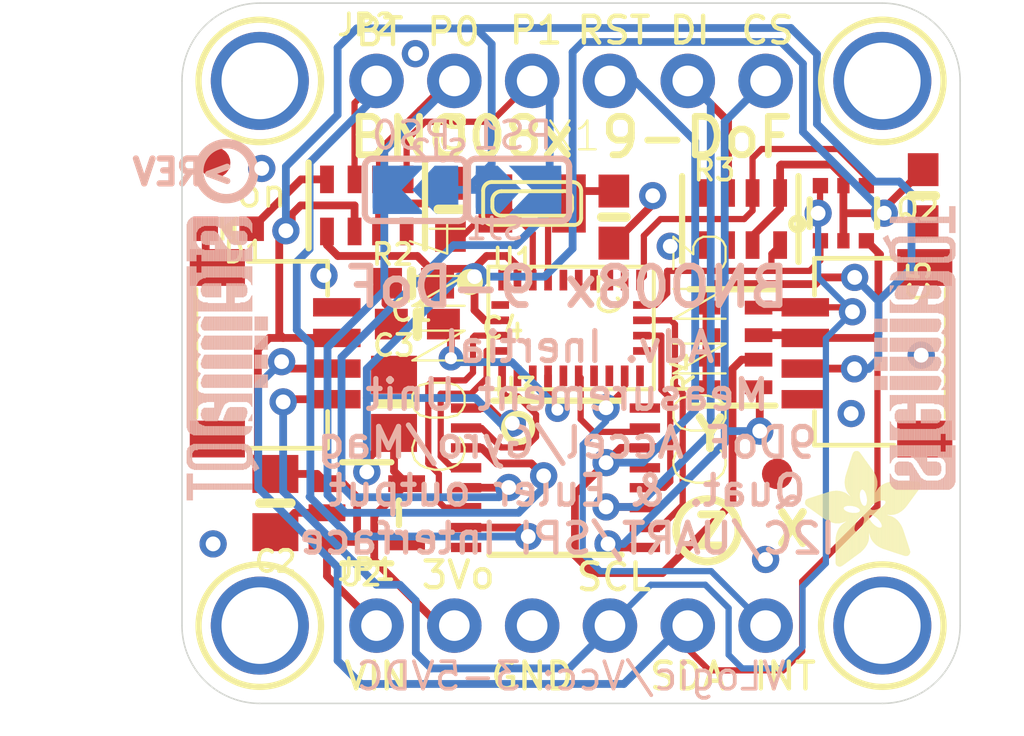
<source format=kicad_pcb>
(kicad_pcb (version 20221018) (generator pcbnew)
  (layers (0 "F.Cu" signal) (31 "B.Cu" signal) (34 "B.Paste" user) (35 "F.Paste" user) (36 "B.SilkS" user "B.Silkscreen") (37 "F.SilkS" user "F.Silkscreen") (38 "B.Mask" user) (39 "F.Mask" user) (44 "Edge.Cuts" user))
  (net 0 "")
  (net 1 "GND")
  (net 2 "SDA/MISO/TX")
  (net 3 "SCL/SCK/RX")
  (net 4 "SCL_3V")
  (net 5 "SDA_3V")
  (net 6 "3.3V")
  (net 7 "INT")
  (net 8 "VCC")
  (net 9 "N$1")
  (net 10 "CAP")
  (net 11 "XIN")
  (net 12 "XOUT")
  (net 13 "RST_3V")
  (net 14 "PS1")
  (net 15 "PS0")
  (net 16 "RST")
  (net 17 "MOSI_3V")
  (net 18 "CS_3V")
  (net 19 "MOSI")
  (net 20 "BOOT")
  (net 21 "BOOT_3V")
  (net 22 "PS1_3V")
  (net 23 "PS0_3V")
  (net 24 "CS")
  (footprint "Adafruit_BNO08x:1X06_ROUND_70" (layer "F.Cu") (at 148.5011 96.1136)
    (fp_text reference "JP2")
    (fp_text value "")
  )
  (footprint "Adafruit_BNO08x:0603-NO" (layer "F.Cu") (at 149.8981 100.5586 -90)
    (fp_text reference "C7")
    (fp_text value "22pF")
  )
  (footprint "Adafruit_BNO08x:RESPACK_4X0603" (layer "F.Cu") (at 154.0256 100.6221)
    (fp_text reference "R3")
    (fp_text value "10K")
  )
  (footprint "Adafruit_BNO08x:FIDUCIAL_1MM" (layer "F.Cu") (at 136.8806 98.7806)
    (fp_text reference "FID3" hide)
    (fp_text value "FIDUCIAL_1MM" hide)
  )
  (footprint "Adafruit_BNO08x:MOUNTINGHOLE_2.5_PLATED" (layer "F.Cu") (at 138.3411 113.8936)
    (fp_text reference "U$19" hide)
    (fp_text value "MOUNTINGHOLE2.5" hide)
  )
  (footprint "Adafruit_BNO08x:JST_SH4" (layer "F.Cu") (at 138.3411 105.0036 -90)
    (fp_text reference "CONN4")
    (fp_text value "STEMMA_I2C_QT" hide)
  )
  (footprint "Adafruit_BNO08x:RESPACK_4X0603" (layer "F.Cu") (at 141.8336 100.1776 180)
    (fp_text reference "R2")
    (fp_text value "10K")
  )
  (footprint "Adafruit_BNO08x:RESPACK_4X0603" (layer "F.Cu") (at 153.7716 104.8131 90)
    (fp_text reference "R4")
    (fp_text value "10K")
  )
  (footprint "Adafruit_BNO08x:ADAFRUIT_3.5MM" (layer "F.Cu") (at 159.9311 111.9886 90)
    (fp_text reference "U$22" hide)
    (fp_text value "" hide)
  )
  (footprint "Adafruit_BNO08x:XTAL3215" (layer "F.Cu") (at 147.2311 100.1141 180)
    (fp_text reference "X1")
    (fp_text value "32.768")
  )
  (footprint "Adafruit_BNO08x:0805-NO" (layer "F.Cu") (at 138.8491 109.8931 -90)
    (fp_text reference "C2")
    (fp_text value "10uF")
  )
  (footprint "Adafruit_BNO08x:TSSOP16" (layer "F.Cu") (at 147.9931 109.0676 -90)
    (fp_text reference "U3")
    (fp_text value "74AHC4050")
  )
  (footprint "Adafruit_BNO08x:0603-NO" (layer "F.Cu") (at 143.2941 102.7176 180)
    (fp_text reference "C1")
    (fp_text value "0.1uF")
  )
  (footprint "Adafruit_BNO08x:SOT363" (layer "F.Cu") (at 157.3911 100.4316)
    (fp_text reference "Q2")
    (fp_text value "BSS138")
  )
  (footprint "Adafruit_BNO08x:FIDUCIAL_1MM" (layer "F.Cu") (at 155.2321 108.9406)
    (fp_text reference "FID4" hide)
    (fp_text value "FIDUCIAL_1MM" hide)
  )
  (footprint "Adafruit_BNO08x:JST_SH4" (layer "F.Cu") (at 158.6611 105.0036 90)
    (fp_text reference "CONN3")
    (fp_text value "STEMMA_I2C_QT" hide)
  )
  (footprint "Adafruit_BNO08x:MOUNTINGHOLE_2.5_PLATED" (layer "F.Cu") (at 138.3411 96.1136)
    (fp_text reference "U$1" hide)
    (fp_text value "MOUNTINGHOLE2.5" hide)
  )
  (footprint "Adafruit_BNO08x:SOT23-5" (layer "F.Cu") (at 141.8336 110.2106 -90)
    (fp_text reference "U2")
    (fp_text value "AP2112K-3.3")
  )
  (footprint "Adafruit_BNO08x:0805-NO" (layer "F.Cu") (at 142.7226 106.6546 90)
    (fp_text reference "C3")
    (fp_text value "10uF")
  )
  (footprint "Adafruit_BNO08x:MOUNTINGHOLE_2.5_PLATED" (layer "F.Cu") (at 158.6611 96.1136)
    (fp_text reference "U$17" hide)
    (fp_text value "MOUNTINGHOLE2.5" hide)
  )
  (footprint "Adafruit_BNO08x:MOUNTINGHOLE_2.5_PLATED" (layer "F.Cu") (at 158.6611 113.8936)
    (fp_text reference "U$21" hide)
    (fp_text value "MOUNTINGHOLE2.5" hide)
  )
  (footprint "Adafruit_BNO08x:0603-NO" (layer "F.Cu") (at 159.9946 99.8601 -90)
    (fp_text reference "C5")
    (fp_text value "0.1uF")
  )
  (footprint "Adafruit_BNO08x:1X06_ROUND_70" (layer "F.Cu") (at 148.5011 113.8936)
    (fp_text reference "JP1")
    (fp_text value "")
  )
  (footprint "Adafruit_BNO08x:0603-NO" (layer "F.Cu") (at 143.4846 104.0511)
    (fp_text reference "C4")
    (fp_text value "0.1uF")
  )
  (footprint "Adafruit_BNO08x:BNO080" (layer "F.Cu") (at 148.5011 104.1781)
    (fp_text reference "U1")
    (fp_text value "BNO080")
  )
  (footprint "Adafruit_BNO08x:0603-NO" (layer "F.Cu") (at 144.5641 100.3046 90)
    (fp_text reference "C6")
    (fp_text value "22pF")
  )
  (footprint "Adafruit_BNO08x:CHIPLED_0603_NOOUTLINE" (layer "F.Cu") (at 137.3251 100.9396 90)
    (fp_text reference "D1")
    (fp_text value "GREEN")
  )
  (footprint "Adafruit_BNO08x:STEMMAQT" (layer "B.Cu") (at 158.4071 109.4486 90)
    (fp_text reference "U$30" hide)
    (fp_text value "" hide)
  )
  (footprint "Adafruit_BNO08x:SOLDERJUMPER_ARROW_NOPASTE" (layer "B.Cu") (at 146.7866 99.6696)
    (fp_text reference "SJ1")
    (fp_text value "PS1")
  )
  (footprint "Adafruit_BNO08x:PCBFEAT-REV-040" (layer "B.Cu") (at 137.2489 99.06 180)
    (fp_text reference "U$25" hide)
    (fp_text value "" hide)
  )
  (footprint "Adafruit_BNO08x:SOLDERJUMPER_ARROW_NOPASTE" (layer "B.Cu") (at 143.4211 99.6696 180)
    (fp_text reference "SJ2")
    (fp_text value "PS0")
  )
  (footprint "Adafruit_BNO08x:STEMMAQT" (layer "B.Cu") (at 138.5951 100.5586 -90)
    (fp_text reference "U$31" hide)
    (fp_text value "" hide)
  )
  (gr_arc (start 152.9501 111.7991) (mid 152.23168 111.50152) (end 151.9341 110.7831) (stroke (width 0.254)) (layer "F.SilkS"))
  (gr_arc (start 151.9341 110.7831) (mid 152.23168 110.06468) (end 152.9501 109.7671) (stroke (width 0.254)) (layer "F.SilkS"))
  (gr_arc (start 152.9501 109.7671) (mid 153.673733 110.059467) (end 153.9661 110.7831) (stroke (width 0.254)) (layer "F.SilkS"))
  (gr_arc (start 153.9661 110.7831) (mid 153.66852 111.50152) (end 152.9501 111.7991) (stroke (width 0.254)) (layer "F.SilkS"))
  (gr_arc (start 138.3411 116.4336) (mid 136.545049 115.689651) (end 135.8011 113.8936) (stroke (width 0.05)) (layer "Edge.Cuts"))
  (gr_line (start 138.3411 116.4336) (end 158.6611 116.4336) (stroke (width 0.05)) (layer "Edge.Cuts"))
  (gr_line (start 158.6611 93.5736) (end 138.3411 93.5736) (stroke (width 0.05)) (layer "Edge.Cuts"))
  (gr_line (start 161.2011 113.8936) (end 161.2011 96.1136) (stroke (width 0.05)) (layer "Edge.Cuts"))
  (gr_arc (start 161.2011 113.8936) (mid 160.457151 115.689651) (end 158.6611 116.4336) (stroke (width 0.05)) (layer "Edge.Cuts"))
  (gr_arc (start 135.8011 96.1136) (mid 136.545049 94.317549) (end 138.3411 93.5736) (stroke (width 0.05)) (layer "Edge.Cuts"))
  (gr_line (start 135.8011 96.1136) (end 135.8011 113.8936) (stroke (width 0.05)) (layer "Edge.Cuts"))
  (gr_arc (start 158.6611 93.5736) (mid 160.457151 94.317549) (end 161.2011 96.1136) (stroke (width 0.05)) (layer "Edge.Cuts"))
  (gr_text "PS1" (at 146.5961 97.8916) (layer "B.SilkS") (effects (font (size 0.89408 0.89408) (thickness 0.12192)) (justify mirror)))
  (gr_text "PS0" (at 143.2941 97.8916) (layer "B.SilkS") (effects (font (size 0.89408 0.89408) (thickness 0.12192)) (justify mirror)))
  (gr_text "VLogic/Vcc: 3-5VDC" (at 148.5011 115.5446) (layer "B.SilkS") (effects (font (size 0.89408 0.89408) (thickness 0.12192)) (justify mirror)))
  (gr_text "Adv. Inertial \nMeasurement Unit\n9DoF Accel/Gyro/Mag\nQuat. & Euler output\nI2C/UART/SPI Interface" (at 148.3741 107.9246) (layer "B.SilkS") (effects (font (size 0.97155 0.97155) (thickness 0.17145)) (justify mirror)))
  (gr_text "BNO08x 9-DoF" (at 148.3741 102.8446) (layer "B.SilkS") (effects (font (size 1.25222 1.25222) (thickness 0.22098)) (justify mirror)))
  (gr_text "SDA" (at 152.3111 115.5446) (layer "F.SilkS") (effects (font (size 0.87376 0.87376) (thickness 0.14224))))
  (gr_text "P0" (at 144.6657 94.5134) (layer "F.SilkS") (effects (font (size 0.87376 0.87376) (thickness 0.14224))))
  (gr_text "SCL" (at 149.8981 112.3061) (layer "F.SilkS") (effects (font (size 0.87376 0.87376) (thickness 0.14224))))
  (gr_text "X" (at 156.3791 110.1481) (layer "F.SilkS") (effects (font (size 1.016 1.016) (thickness 0.254)) (justify right top)))
  (gr_text "Z" (at 152.4341 111.4161) (layer "F.SilkS") (effects (font (size 1.016 1.016) (thickness 0.254)) (justify left bottom)))
  (gr_text "DI" (at 152.3746 94.4626) (layer "F.SilkS") (effects (font (size 0.87376 0.87376) (thickness 0.14224))))
  (gr_text "GND" (at 147.2311 115.5446) (layer "F.SilkS") (effects (font (size 0.87376 0.87376) (thickness 0.14224))))
  (gr_text "BNO08x 9-DoF" (at 148.5011 97.9551) (layer "F.SilkS") (effects (font (size 1.25222 1.25222) (thickness 0.22098))))
  (gr_text "VIN" (at 142.1511 115.5446) (layer "F.SilkS") (effects (font (size 0.87376 0.87376) (thickness 0.14224))))
  (gr_text "P1" (at 147.3581 94.4626) (layer "F.SilkS") (effects (font (size 0.87376 0.87376) (thickness 0.14224))))
  (gr_text "BT" (at 142.2527 94.5134) (layer "F.SilkS") (effects (font (size 0.87376 0.87376) (thickness 0.14224))))
  (gr_text "CS" (at 154.9146 94.4626) (layer "F.SilkS") (effects (font (size 0.87376 0.87376) (thickness 0.14224))))
  (gr_text "RST" (at 149.8981 94.4626) (layer "F.SilkS") (effects (font (size 0.87376 0.87376) (thickness 0.14224))))
  (gr_text "Y" (at 152.4341 108.2411) (layer "F.SilkS") (effects (font (size 1.016 1.016) (thickness 0.254)) (justify left bottom)))
  (gr_text "3Vo" (at 144.8181 112.2426) (layer "F.SilkS") (effects (font (size 0.87376 0.87376) (thickness 0.14224))))
  (gr_text "on" (at 137.5156 100.3046) (layer "F.SilkS") (effects (font (size 0.89408 0.89408) (thickness 0.12192)) (justify left bottom)))
  (gr_text "INT" (at 155.4861 115.5446) (layer "F.SilkS") (effects (font (size 0.87376 0.87376) (thickness 0.14224))))
  (segment (start 151.1681 100.1386) (end 151.1681 99.8601) (width 0.254) (layer "F.Cu") (net 1))
  (segment (start 136.5751 101.8236) (end 136.9551 102.2036) (width 0.254) (layer "F.Cu") (net 1))
  (segment (start 136.5751 100.9396) (end 136.5751 101.8236) (width 0.254) (layer "F.Cu") (net 1))
  (segment (start 142.4441 103.3916) (end 142.4441 102.7176) (width 0.254) (layer "F.Cu") (net 1))
  (segment (start 142.6346 103.5821) (end 142.4441 103.3916) (width 0.254) (layer "F.Cu") (net 1))
  (segment (start 142.2336 100.1141) (end 143.9046 100.1141) (width 0.254) (layer "F.Cu") (net 1))
  (segment (start 142.2336 101.0276) (end 142.2336 100.1141) (width 0.254) (layer "F.Cu") (net 1))
  (segment (start 143.9046 100.1141) (end 144.5641 99.4546) (width 0.254) (layer "F.Cu") (net 1))
  (segment (start 149.8981 101.4086) (end 151.1681 100.1386) (width 0.254) (layer "F.Cu") (net 1))
  (segment (start 140.5335 110.2106) (end 139.4816 110.2106) (width 0.254) (layer "F.Cu") (net 1))
  (segment (start 139.4816 110.2106) (end 138.8491 110.8431) (width 0.254) (layer "F.Cu") (net 1))
  (segment (start 142.6346 104.0511) (end 142.6346 103.5821) (width 0.254) (layer "F.Cu") (net 1))
  (via (at 154.8511 111.7346) (size 0.889) (drill 0.4826) (layers "F.Cu" "B.Cu") (net 1))
  (via (at 151.7396 101.5111) (size 0.889) (drill 0.4826) (layers "F.Cu" "B.Cu") (net 1))
  (via (at 159.9311 105.0671) (size 0.889) (drill 0.4826) (layers "F.Cu" "B.Cu") (net 1))
  (via (at 136.8171 111.2266) (size 0.889) (drill 0.4826) (layers "F.Cu" "B.Cu") (net 1))
  (via (at 151.1681 99.8601) (size 0.889) (drill 0.4826) (layers "F.Cu" "B.Cu") (net 1))
  (via (at 143.4211 95.2246) (size 0.889) (drill 0.4826) (layers "F.Cu" "B.Cu") (net 1))
  (via (at 140.4366 102.4636) (size 0.889) (drill 0.4826) (layers "F.Cu" "B.Cu") (net 1))
  (via (at 157.6451 106.9721) (size 0.889) (drill 0.4826) (layers "F.Cu" "B.Cu") (net 1))
  (via (at 138.4046 98.9711) (size 0.889) (drill 0.4826) (layers "F.Cu" "B.Cu") (net 1))
  (segment (start 158.50235 104.40035) (end 158.3991 104.5036) (width 0.254) (layer "F.Cu") (net 2))
  (segment (start 156.0566 104.4131) (end 156.1471 104.5036) (width 0.254) (layer "F.Cu") (net 2))
  (segment (start 158.5341 101.7761) (end 158.5856 101.7761) (width 0.254) (layer "F.Cu") (net 2))
  (segment (start 158.1411 101.3316) (end 158.5856 101.7761) (width 0.254) (layer "F.Cu") (net 2))
  (segment (start 158.50235 109.98835) (end 158.50235 104.40035) (width 0.2032) (layer "F.Cu") (net 2))
  (segment (start 140.8551 105.5036) (end 139.2776 105.5036) (width 0.254) (layer "F.Cu") (net 2))
  (segment (start 158.5341 104.3686) (end 158.50235 104.40035) (width 0.254) (layer "F.Cu") (net 2))
  (segment (start 139.2776 105.5036) (end 139.0523 105.2783) (width 0.254) (layer "F.Cu") (net 2))
  (segment (start 152.3111 114.6556) (end 153.0096 115.3541) (width 0.2032) (layer "F.Cu") (net 2))
  (segment (start 158.3991 104.5036) (end 156.1471 104.5036) (width 0.254) (layer "F.Cu") (net 2))
  (segment (start 153.0096 115.3541) (end 155.4226 115.3541) (width 0.2032) (layer "F.Cu") (net 2))
  (segment (start 158.5341 101.7761) (end 158.5341 104.3686) (width 0.254) (layer "F.Cu") (net 2))
  (segment (start 152.3111 113.8936) (end 152.3111 114.6556) (width 0.2032) (layer "F.Cu") (net 2))
  (segment (start 156.0449 114.7318) (end 156.0449 112.4458) (width 0.2032) (layer "F.Cu") (net 2))
  (segment (start 155.4226 115.3541) (end 156.0449 114.7318) (width 0.2032) (layer "F.Cu") (net 2))
  (segment (start 154.6216 104.4131) (end 156.0566 104.4131) (width 0.254) (layer "F.Cu") (net 2))
  (segment (start 156.0449 112.4458) (end 158.50235 109.98835) (width 0.2032) (layer "F.Cu") (net 2))
  (via (at 139.0523 105.2783) (size 0.889) (drill 0.4826) (layers "F.Cu" "B.Cu") (net 2))
  (segment (start 140.8811 115.0366) (end 141.6431 115.7986) (width 0.254) (layer "B.Cu") (net 2))
  (segment (start 139.0523 105.2783) (end 138.2903 106.0403) (width 0.254) (layer "B.Cu") (net 2))
  (segment (start 150.225312 115.7986) (end 152.130312 113.8936) (width 0.254) (layer "B.Cu") (net 2))
  (segment (start 140.8811 111.9886) (end 140.8811 115.0366) (width 0.254) (layer "B.Cu") (net 2))
  (segment (start 138.2903 106.0403) (end 138.2903 109.3978) (width 0.254) (layer "B.Cu") (net 2))
  (segment (start 141.6431 115.7986) (end 150.225312 115.7986) (width 0.254) (layer "B.Cu") (net 2))
  (segment (start 138.2903 109.3978) (end 140.8811 111.9886) (width 0.254) (layer "B.Cu") (net 2))
  (segment (start 152.130312 113.8936) (end 152.3111 113.8936) (width 0.254) (layer "B.Cu") (net 2))
  (segment (start 156.5656 100.4316) (end 156.6291 100.3681) (width 0.2032) (layer "F.Cu") (net 3))
  (segment (start 139.1906 106.5036) (end 139.1031 106.5911) (width 0.254) (layer "F.Cu") (net 3))
  (segment (start 154.6311 103.5036) (end 155.9306 103.5036) (width 0.254) (layer "F.Cu") (net 3))
  (segment (start 157.687153 103.648654) (end 157.5421 103.5036) (width 0.2032) (layer "F.Cu") (net 3))
  (segment (start 156.6411 99.5316) (end 156.6291 99.5436) (width 0.2032) (layer "F.Cu") (net 3))
  (segment (start 156.6291 99.5436) (end 156.6291 100.3681) (width 0.2032) (layer "F.Cu") (net 3))
  (segment (start 157.5421 103.5036) (end 156.1471 103.5036) (width 0.2032) (layer "F.Cu") (net 3))
  (segment (start 140.8551 106.5036) (end 139.1906 106.5036) (width 0.254) (layer "F.Cu") (net 3))
  (segment (start 154.6216 103.5131) (end 154.6311 103.5036) (width 0.254) (layer "F.Cu") (net 3))
  (segment (start 155.9306 103.5036) (end 156.1471 103.5036) (width 0.2032) (layer "F.Cu") (net 3))
  (via (at 156.5656 100.4316) (size 0.889) (drill 0.4826) (layers "F.Cu" "B.Cu") (net 3))
  (via (at 139.1031 106.5911) (size 0.889) (drill 0.4826) (layers "F.Cu" "B.Cu") (net 3))
  (via (at 157.687153 103.648654) (size 0.889) (drill 0.4826) (layers "F.Cu" "B.Cu") (net 3))
  (segment (start 143.4338 113.0808) (end 143.4338 114.7826) (width 0.254) (layer "B.Cu") (net 3))
  (segment (start 156.0576 112.6236) (end 156.8196 111.8616) (width 0.2032) (layer "B.Cu") (net 3))
  (segment (start 142.9131 112.5601) (end 143.4338 113.0808) (width 0.254) (layer "B.Cu") (net 3))
  (segment (start 148.4376 115.2906) (end 149.7711 113.9571) (width 0.254) (layer "B.Cu") (net 3))
  (segment (start 155.3591 115.2906) (end 156.0576 114.5921) (width 0.2032) (layer "B.Cu") (net 3))
  (segment (start 156.8196 111.8616) (end 156.8196 104.516207) (width 0.2032) (layer "B.Cu") (net 3))
  (segment (start 151.1046 112.5601) (end 152.8826 112.5601) (width 0.2032) (layer "B.Cu") (net 3))
  (segment (start 153.6446 114.8461) (end 154.0891 115.2906) (width 0.2032) (layer "B.Cu") (net 3))
  (segment (start 152.8826 112.5601) (end 153.6446 113.3221) (width 0.2032) (layer "B.Cu") (net 3))
  (segment (start 143.4338 114.7826) (end 143.9418 115.2906) (width 0.254) (layer "B.Cu") (net 3))
  (segment (start 156.8196 104.516207) (end 157.687153 103.648654) (width 0.2032) (layer "B.Cu") (net 3))
  (segment (start 143.9418 115.2906) (end 148.4376 115.2906) (width 0.254) (layer "B.Cu") (net 3))
  (segment (start 153.6446 113.3221) (end 153.6446 114.8461) (width 0.2032) (layer "B.Cu") (net 3))
  (segment (start 156.5656 100.4316) (end 156.5656 102.5271) (width 0.2032) (layer "B.Cu") (net 3))
  (segment (start 142.1511 112.5601) (end 142.9131 112.5601) (width 0.254) (layer "B.Cu") (net 3))
  (segment (start 157.687153 103.648654) (end 156.5656 102.5271) (width 0.2032) (layer "B.Cu") (net 3))
  (segment (start 149.7711 113.8936) (end 151.1046 112.5601) (width 0.2032) (layer "B.Cu") (net 3))
  (segment (start 154.0891 115.2906) (end 155.3591 115.2906) (width 0.2032) (layer "B.Cu") (net 3))
  (segment (start 149.7711 113.9571) (end 149.7711 113.8936) (width 0.254) (layer "B.Cu") (net 3))
  (segment (start 139.1031 109.5121) (end 142.1511 112.5601) (width 0.254) (layer "B.Cu") (net 3))
  (segment (start 139.1031 106.5911) (end 139.1031 109.5121) (width 0.254) (layer "B.Cu") (net 3))
  (segment (start 156.0576 114.5921) (end 156.0576 112.6236) (width 0.2032) (layer "B.Cu") (net 3))
  (segment (start 151.6391 102.3141) (end 151.6391 103.0471) (width 0.2032) (layer "F.Cu") (net 4))
  (segment (start 150.8136 103.4281) (end 151.2581 103.4281) (width 0.2032) (layer "F.Cu") (net 4))
  (segment (start 155.0416 101.7561) (end 155.0416 102.3141) (width 0.2032) (layer "F.Cu") (net 4))
  (segment (start 151.6391 103.0471) (end 151.2581 103.4281) (width 0.2032) (layer "F.Cu") (net 4))
  (segment (start 156.6411 101.9666) (end 156.2936 102.3141) (width 0.2032) (layer "F.Cu") (net 4))
  (segment (start 156.6411 101.3316) (end 156.6411 101.9666) (width 0.2032) (layer "F.Cu") (net 4))
  (segment (start 156.2936 102.3141) (end 155.0416 102.3141) (width 0.2032) (layer "F.Cu") (net 4))
  (segment (start 155.0416 102.3141) (end 151.6391 102.3141) (width 0.2032) (layer "F.Cu") (net 4))
  (segment (start 155.3256 101.4721) (end 155.0416 101.7561) (width 0.2032) (layer "F.Cu") (net 4))
  (segment (start 150.7511 102.6156) (end 150.8781 102.4886) (width 0.2032) (layer "F.Cu") (net 5))
  (segment (start 157.2641 98.3361) (end 154.7241 98.3361) (width 0.2032) (layer "F.Cu") (net 5))
  (segment (start 154.4256 100.3491) (end 154.4256 99.7721) (width 0.2032) (layer "F.Cu") (net 5))
  (segment (start 154.1526 100.6221) (end 154.4256 100.3491) (width 0.2032) (layer "F.Cu") (net 5))
  (segment (start 158.1411 99.5316) (end 158.1411 99.2131) (width 0.254) (layer "F.Cu") (net 5))
  (segment (start 158.1411 99.2131) (end 157.2641 98.3361) (width 0.254) (layer "F.Cu") (net 5))
  (segment (start 150.8781 101.1661) (end 150.8781 102.4886) (width 0.2032) (layer "F.Cu") (net 5))
  (segment (start 154.4256 98.6346) (end 154.4256 99.7721) (width 0.2032) (layer "F.Cu") (net 5))
  (segment (start 154.7241 98.3361) (end 154.4256 98.6346) (width 0.2032) (layer "F.Cu") (net 5))
  (segment (start 151.4221 100.6221) (end 154.1526 100.6221) (width 0.2032) (layer "F.Cu") (net 5))
  (segment (start 150.8781 101.1661) (end 151.4221 100.6221) (width 0.2032) (layer "F.Cu") (net 5))
  (segment (start 155.3256 99.7721) (end 155.3256 98.8776) (width 0.254) (layer "F.Cu") (net 6))
  (segment (start 155.3256 99.7721) (end 155.3256 100.2746) (width 0.254) (layer "F.Cu") (net 6))
  (segment (start 158.7246 100.2801) (end 158.7246 100.4316) (width 0.254) (layer "F.Cu") (net 6))
  (segment (start 157.0101 98.8441) (end 157.3911 99.2251) (width 0.254) (layer "F.Cu") (net 6))
  (segment (start 144.207225 113.8936) (end 142.0765 111.762875) (width 0.254) (layer "F.Cu") (net 6))
  (segment (start 154.4256 101.1746) (end 154.4256 101.4721) (width 0.254) (layer "F.Cu") (net 6))
  (segment (start 159.9946 99.0101) (end 158.7246 100.2801) (width 0.254) (layer "F.Cu") (net 6))
  (segment (start 142.7226 108.8495) (end 142.7226 107.6046) (width 0.254) (layer "F.Cu") (net 6))
  (segment (start 157.3911 101.3316) (end 157.3911 100.3681) (width 0.254) (layer "F.Cu") (net 6))
  (segment (start 145.7461 101.8286) (end 145.3261 102.2486) (width 0.254) (layer "F.Cu") (net 6))
  (segment (start 143.1337 109.2606) (end 142.7226 108.8495) (width 0.254) (layer "F.Cu") (net 6))
  (segment (start 144.6131 102.2486) (end 145.3261 102.2486) (width 0.254) (layer "F.Cu") (net 6))
  (segment (start 142.0765 110.3178) (end 142.0765 111.762875) (width 0.254) (layer "F.Cu") (net 6))
  (segment (start 144.1441 102.7176) (end 144.6131 102.2486) (width 0.254) (layer "F.Cu") (net 6))
  (segment (start 146.4056 101.8286) (end 145.7461 101.8286) (width 0.254) (layer "F.Cu") (net 6))
  (segment (start 146.1886 103.9281) (end 145.6806 103.9281) (width 0.254) (layer "F.Cu") (net 6))
  (segment (start 145.3506 103.5981) (end 145.3506 102.5026) (width 0.254) (layer "F.Cu") (net 6))
  (segment (start 143.1337 109.2606) (end 142.0765 110.3178) (width 0.254) (layer "F.Cu") (net 6))
  (segment (start 143.4846 101.8286) (end 140.8901 101.8286) (width 0.254) (layer "F.Cu") (net 6))
  (segment (start 155.3256 98.8776) (end 155.3591 98.8441) (width 0.254) (layer "F.Cu") (net 6))
  (segment (start 146.3343 107.2896) (end 145.8373 106.7926) (width 0.254) (layer "F.Cu") (net 6))
  (segment (start 157.3911 99.2251) (end 157.3911 99.5316) (width 0.254) (layer "F.Cu") (net 6))
  (segment (start 143.4846 101.8286) (end 143.9046 102.2486) (width 0.254) (layer "F.Cu") (net 6))
  (segment (start 157.4546 100.4316) (end 157.3911 100.3681) (width 0.254) (layer "F.Cu") (net 6))
  (segment (start 155.3591 98.8441) (end 157.0101 98.8441) (width 0.254) (layer "F.Cu") (net 6))
  (segment (start 140.8901 101.8286) (end 140.5336 101.4721) (width 0.254) (layer "F.Cu") (net 6))
  (segment (start 155.3256 100.2746) (end 154.4256 101.1746) (width 0.254) (layer "F.Cu") (net 6))
  (segment (start 143.9046 102.2486) (end 144.6131 102.2486) (width 0.254) (layer "F.Cu") (net 6))
  (segment (start 158.7246 100.4316) (end 157.4546 100.4316) (width 0.254) (layer "F.Cu") (net 6))
  (segment (start 145.3261 102.2486) (end 145.0721 102.5026) (width 0.254) (layer "F.Cu") (net 6))
  (segment (start 146.5834 107.2896) (end 146.3343 107.2896) (width 0.254) (layer "F.Cu") (net 6))
  (segment (start 146.7511 102.1741) (end 146.4056 101.8286) (width 0.254) (layer "F.Cu") (net 6))
  (segment (start 140.5336 101.0276) (end 140.5336 101.4721) (width 0.254) (layer "F.Cu") (net 6))
  (segment (start 146.7511 102.6156) (end 146.7511 102.1741) (width 0.254) (layer "F.Cu") (net 6))
  (segment (start 157.3911 100.3681) (end 157.3911 99.5316) (width 0.254) (layer "F.Cu") (net 6))
  (segment (start 145.0721 102.5026) (end 145.3506 102.5026) (width 0.254) (layer "F.Cu") (net 6))
  (segment (start 145.6806 103.9281) (end 145.3506 103.5981) (width 0.254) (layer "F.Cu") (net 6))
  (segment (start 141.8336 108.8771) (end 141.8336 108.4936) (width 0.254) (layer "F.Cu") (net 6))
  (segment (start 144.6911 113.8936) (end 144.207225 113.8936) (width 0.254) (layer "F.Cu") (net 6))
  (segment (start 145.0753 106.7926) (end 145.8373 106.7926) (width 0.254) (layer "F.Cu") (net 6))
  (segment (start 142.7226 107.6046) (end 141.8336 108.4936) (width 0.254) (layer "F.Cu") (net 6))
  (via (at 141.8336 108.8771) (size 0.889) (drill 0.4826) (layers "F.Cu" "B.Cu") (net 6))
  (via (at 158.7246 100.4316) (size 0.889) (drill 0.4826) (layers "F.Cu" "B.Cu") (net 6))
  (via (at 145.3506 102.5026) (size 0.889) (drill 0.4826) (layers "F.Cu" "B.Cu") (net 6))
  (via (at 146.5834 107.2896) (size 0.889) (drill 0.4826) (layers "F.Cu" "B.Cu") (net 6))
  (segment (start 156.0703 97.7773) (end 158.7246 100.4316) (width 0.254) (layer "B.Cu") (net 6))
  (segment (start 145.3506 102.5026) (end 144.8426 102.5026) (width 0.254) (layer "B.Cu") (net 6))
  (segment (start 145.3769 106.4641) (end 141.8336 106.4641) (width 0.254) (layer "B.Cu") (net 6))
  (segment (start 156.0703 95.5548) (end 156.0703 97.7773) (width 0.254) (layer "B.Cu") (net 6))
  (segment (start 146.2024 107.2896) (end 145.3769 106.4641) (width 0.254) (layer "B.Cu") (net 6))
  (segment (start 148.5519 95.1738) (end 148.8821 94.8436) (width 0.254) (layer "B.Cu") (net 6))
  (segment (start 146.5834 107.2896) (end 146.2024 107.2896) (width 0.254) (layer "B.Cu") (net 6))
  (segment (start 145.3506 102.5026) (end 147.6366 102.5026) (width 0.254) (layer "B.Cu") (net 6))
  (segment (start 148.5519 101.5873) (end 147.6366 102.5026) (width 0.254) (layer "B.Cu") (net 6))
  (segment (start 141.8336 105.5116) (end 141.8336 106.4641) (width 0.254) (layer "B.Cu") (net 6))
  (segment (start 144.8426 102.5026) (end 141.8336 105.5116) (width 0.254) (layer "B.Cu") (net 6))
  (segment (start 155.3591 94.8436) (end 156.0703 95.5548) (width 0.254) (layer "B.Cu") (net 6))
  (segment (start 148.8821 94.8436) (end 155.3591 94.8436) (width 0.254) (layer "B.Cu") (net 6))
  (segment (start 148.5519 101.5873) (end 148.5519 95.1738) (width 0.254) (layer "B.Cu") (net 6))
  (segment (start 141.8336 106.4641) (end 141.8336 108.8771) (width 0.254) (layer "B.Cu") (net 6))
  (segment (start 150.2511 106.1746) (end 149.6441 106.7816) (width 0.2032) (layer "F.Cu") (net 7))
  (segment (start 150.2511 105.7406) (end 150.2511 106.1746) (width 0.2032) (layer "F.Cu") (net 7))
  (via (at 149.6441 106.7816) (size 0.889) (drill 0.4826) (layers "F.Cu" "B.Cu") (net 7))
  (segment (start 149.4536 112.1156) (end 153.0731 112.1156) (width 0.2032) (layer "B.Cu") (net 7))
  (segment (start 148.8821 111.5441) (end 149.4536 112.1156) (width 0.2032) (layer "B.Cu") (net 7))
  (segment (start 148.8821 107.9881) (end 148.8821 111.5441) (width 0.2032) (layer "B.Cu") (net 7))
  (segment (start 149.6441 106.7816) (end 149.6441 107.2261) (width 0.2032) (layer "B.Cu") (net 7))
  (segment (start 153.0731 112.1156) (end 154.8511 113.8936) (width 0.2032) (layer "B.Cu") (net 7))
  (segment (start 149.6441 107.2261) (end 148.8821 107.9881) (width 0.2032) (layer "B.Cu") (net 7))
  (segment (start 139.192 101.0031) (end 138.9761 101.219) (width 0.254) (layer "F.Cu") (net 8))
  (segment (start 139.1031 104.5036) (end 138.6506 104.5036) (width 0.254) (layer "F.Cu") (net 8))
  (segment (start 138.2776 104.8766) (end 138.2776 108.3716) (width 0.254) (layer "F.Cu") (net 8))
  (segment (start 156.691262 102.5271) (end 157.7594 102.5271) (width 0.254) (layer "F.Cu") (net 8))
  (segment (start 141.5161 109.7051) (end 141.5161 111.0971) (width 0.254) (layer "F.Cu") (net 8))
  (segment (start 141.5161 111.0971) (end 141.4526 111.1606) (width 0.254) (layer "F.Cu") (net 8))
  (segment (start 141.0716 109.2606) (end 140.5335 109.2606) (width 0.254) (layer "F.Cu") (net 8))
  (segment (start 139.192 101.0031) (end 139.3825 100.8126) (width 0.254) (layer "F.Cu") (net 8))
  (segment (start 156.1471 105.5036) (end 157.74505 105.5036) (width 0.254) (layer "F.Cu") (net 8))
  (segment (start 152.9216 105.2131) (end 152.9216 104.4131) (width 0.254) (layer "F.Cu") (net 8))
  (segment (start 140.216 108.9431) (end 138.8491 108.9431) (width 0.254) (layer "F.Cu") (net 8))
  (segment (start 138.6506 104.5036) (end 138.2776 104.8766) (width 0.254) (layer "F.Cu") (net 8))
  (segment (start 152.9216 104.4131) (end 152.9216 103.5131) (width 0.254) (layer "F.Cu") (net 8))
  (segment (start 141.0716 109.2606) (end 141.5161 109.7051) (width 0.254) (layer "F.Cu") (net 8))
  (segment (start 138.2776 108.3716) (end 138.8491 108.9431) (width 0.254) (layer "F.Cu") (net 8))
  (segment (start 139.6746 100.1776) (end 139.3825 100.4697) (width 0.254) (layer "F.Cu") (net 8))
  (segment (start 157.74505 105.5036) (end 157.75305 105.5116) (width 0.254) (layer "F.Cu") (net 8))
  (segment (start 141.4526 111.1606) (end 140.5335 111.1606) (width 0.254) (layer "F.Cu") (net 8))
  (segment (start 141.4336 100.1776) (end 139.6746 100.1776) (width 0.254) (layer "F.Cu") (net 8))
  (segment (start 140.8551 104.5036) (end 139.1031 104.5036) (width 0.254) (layer "F.Cu") (net 8))
  (segment (start 141.4336 101.0276) (end 141.4336 100.1776) (width 0.254) (layer "F.Cu") (net 8))
  (segment (start 152.9216 106.1131) (end 152.9216 105.2131) (width 0.254) (layer "F.Cu") (net 8))
  (segment (start 152.9216 102.9961) (end 153.1718 102.7459) (width 0.254) (layer "F.Cu") (net 8))
  (segment (start 138.9761 104.3766) (end 139.1031 104.5036) (width 0.254) (layer "F.Cu") (net 8))
  (segment (start 140.5335 109.2606) (end 140.216 108.9431) (width 0.254) (layer "F.Cu") (net 8))
  (segment (start 156.472462 102.7459) (end 156.691262 102.5271) (width 0.254) (layer "F.Cu") (net 8))
  (segment (start 142.1511 113.8936) (end 140.5335 112.276) (width 0.254) (layer "F.Cu") (net 8))
  (segment (start 138.9761 101.219) (end 138.9761 104.3766) (width 0.254) (layer "F.Cu") (net 8))
  (segment (start 139.3825 100.8126) (end 139.3825 100.4697) (width 0.254) (layer "F.Cu") (net 8))
  (segment (start 153.1718 102.7459) (end 156.472462 102.7459) (width 0.254) (layer "F.Cu") (net 8))
  (segment (start 140.5335 112.276) (end 140.5335 111.1606) (width 0.254) (layer "F.Cu") (net 8))
  (segment (start 152.9216 103.5131) (end 152.9216 102.9961) (width 0.254) (layer "F.Cu") (net 8))
  (via (at 157.75305 105.5116) (size 0.889) (drill 0.4826) (layers "F.Cu" "B.Cu") (net 8))
  (via (at 139.192 101.0031) (size 0.889) (drill 0.4826) (layers "F.Cu" "B.Cu") (net 8))
  (via (at 157.7594 102.5271) (size 0.889) (drill 0.4826) (layers "F.Cu" "B.Cu") (net 8))
  (segment (start 157.75305 105.5116) (end 158.2166 105.5116) (width 0.254) (layer "B.Cu") (net 8))
  (segment (start 141.506387 94.3991) (end 140.8811 95.024388) (width 0.254) (layer "B.Cu") (net 8))
  (segment (start 145.386612 94.3864) (end 155.675481 94.3864) (width 0.254) (layer "B.Cu") (net 8))
  (segment (start 144.4371 99.6696) (end 145.0721 99.6696) (width 0.254) (layer "B.Cu") (net 8))
  (segment (start 158.5341 103.3018) (end 159.6136 102.2223) (width 0.254) (layer "B.Cu") (net 8))
  (segment (start 139.192 98.910957) (end 139.192 101.0031) (width 0.254) (layer "B.Cu") (net 8))
  (segment (start 145.9103 94.910088) (end 145.399312 94.3991) (width 0.254) (layer "B.Cu") (net 8))
  (segment (start 156.5275 97.518663) (end 156.5275 95.238419) (width 0.254) (layer "B.Cu") (net 8))
  (segment (start 159.6136 102.2223) (end 159.6136 99.7966) (width 0.254) (layer "B.Cu") (net 8))
  (segment (start 141.506387 94.3991) (end 145.399312 94.3991) (width 0.254) (layer "B.Cu") (net 8))
  (segment (start 145.9103 98.8314) (end 145.9103 94.910088) (width 0.254) (layer "B.Cu") (net 8))
  (segment (start 155.675481 94.3864) (end 156.5275 95.238419) (width 0.254) (layer "B.Cu") (net 8))
  (segment (start 158.5341 105.1941) (end 158.5341 103.3018) (width 0.254) (layer "B.Cu") (net 8))
  (segment (start 140.8811 95.024388) (end 140.8811 97.221857) (width 0.254) (layer "B.Cu") (net 8))
  (segment (start 157.7594 102.5271) (end 158.5341 103.3018) (width 0.254) (layer "B.Cu") (net 8))
  (segment (start 159.6136 99.7966) (end 159.2166 99.3996) (width 0.254) (layer "B.Cu") (net 8))
  (segment (start 145.0721 99.6696) (end 145.7706 99.6696) (width 0.254) (layer "B.Cu") (net 8))
  (segment (start 145.399312 94.3991) (end 145.386612 94.3864) (width 0.254) (layer "B.Cu") (net 8))
  (segment (start 140.8811 97.221857) (end 139.192 98.910957) (width 0.254) (layer "B.Cu") (net 8))
  (segment (start 158.408437 99.3996) (end 156.5275 97.518663) (width 0.254) (layer "B.Cu") (net 8))
  (segment (start 159.2166 99.3996) (end 158.408437 99.3996) (width 0.254) (layer "B.Cu") (net 8))
  (segment (start 145.0721 99.6696) (end 145.9103 98.8314) (width 0.254) (layer "B.Cu") (net 8))
  (segment (start 158.2166 105.5116) (end 158.5341 105.1941) (width 0.254) (layer "B.Cu") (net 8))
  (segment (start 139.6871 99.3276) (end 138.0751 100.9396) (width 0.254) (layer "F.Cu") (net 9))
  (segment (start 140.5336 99.3276) (end 139.6871 99.3276) (width 0.254) (layer "F.Cu") (net 9))
  (segment (start 147.7511 106.5396) (end 147.7511 105.7406) (width 0.254) (layer "F.Cu") (net 10))
  (segment (start 144.580537 104.297038) (end 144.580537 105.16635) (width 0.254) (layer "F.Cu") (net 10))
  (segment (start 148.0566 106.8451) (end 147.7511 106.5396) (width 0.254) (layer "F.Cu") (net 10))
  (segment (start 144.3346 104.0511) (end 144.580537 104.297038) (width 0.254) (layer "F.Cu") (net 10))
  (via (at 148.0566 106.8451) (size 0.8001) (drill 0.3937) (layers "F.Cu" "B.Cu") (net 10))
  (via (at 144.580537 105.16635) (size 0.8001) (drill 0.3937) (layers "F.Cu" "B.Cu") (net 10))
  (segment (start 148.0566 106.7816) (end 146.56835 105.29335) (width 0.254) (layer "B.Cu") (net 10))
  (segment (start 148.0566 106.8451) (end 148.0566 106.7816) (width 0.254) (layer "B.Cu") (net 10))
  (segment (start 146.56835 105.29335) (end 144.707537 105.29335) (width 0.254) (layer "B.Cu") (net 10))
  (segment (start 144.580537 105.16635) (end 144.707537 105.29335) (width 0.254) (layer "B.Cu") (net 10))
  (segment (start 144.9906 101.1546) (end 146.0311 100.1141) (width 0.2032) (layer "F.Cu") (net 11))
  (segment (start 144.5641 101.1546) (end 144.9906 101.1546) (width 0.2032) (layer "F.Cu") (net 11))
  (segment (start 146.2786 100.1141) (end 146.0311 100.1141) (width 0.2032) (layer "F.Cu") (net 11))
  (segment (start 147.2511 101.0866) (end 146.2786 100.1141) (width 0.2032) (layer "F.Cu") (net 11))
  (segment (start 147.2511 102.6156) (end 147.2511 101.0866) (width 0.2032) (layer "F.Cu") (net 11))
  (segment (start 148.4311 100.1141) (end 148.30735 100.23785) (width 0.2032) (layer "F.Cu") (net 12))
  (segment (start 149.8981 99.7086) (end 148.7096 99.7086) (width 0.254) (layer "F.Cu") (net 12))
  (segment (start 147.7511 100.6671) (end 148.18035 100.23785) (width 0.2032) (layer "F.Cu") (net 12))
  (segment (start 148.18035 100.23785) (end 148.30735 100.23785) (width 0.2032) (layer "F.Cu") (net 12))
  (segment (start 147.7511 102.6156) (end 147.7511 100.6671) (width 0.2032) (layer "F.Cu") (net 12))
  (segment (start 148.7096 99.7086) (end 148.18035 100.23785) (width 0.254) (layer "F.Cu") (net 12))
  (segment (start 148.8146 105.8041) (end 148.8146 107.1586) (width 0.2032) (layer "F.Cu") (net 13))
  (segment (start 148.7511 105.7406) (end 148.8146 105.8041) (width 0.2032) (layer "F.Cu") (net 13))
  (segment (start 148.8146 107.1586) (end 149.2256 107.5696) (width 0.2032) (layer "F.Cu") (net 13))
  (segment (start 150.7839 107.5696) (end 149.2256 107.5696) (width 0.2032) (layer "F.Cu") (net 13))
  (segment (start 150.7839 107.5696) (end 150.9109 107.4426) (width 0.2032) (layer "F.Cu") (net 13))
  (segment (start 146.4616 109.3926) (end 145.0753 109.3926) (width 0.254) (layer "F.Cu") (net 14))
  (segment (start 143.1336 98.0521) (end 143.7386 97.4471) (width 0.2032) (layer "F.Cu") (net 14))
  (segment (start 143.7386 97.4471) (end 145.8976 97.4471) (width 0.2032) (layer "F.Cu") (net 14))
  (segment (start 146.4691 109.3851) (end 146.4616 109.3926) (width 0.254) (layer "F.Cu") (net 14))
  (segment (start 145.8976 97.4471) (end 147.2311 96.1136) (width 0.2032) (layer "F.Cu") (net 14))
  (segment (start 143.1336 99.3276) (end 143.1336 98.0521) (width 0.2032) (layer "F.Cu") (net 14))
  (via (at 146.4691 109.3851) (size 0.889) (drill 0.4826) (layers "F.Cu" "B.Cu") (net 14))
  (segment (start 141.0081 105.1306) (end 144.6648 101.4739) (width 0.254) (layer "B.Cu") (net 14))
  (segment (start 146.1516 109.7026) (end 146.4691 109.3851) (width 0.254) (layer "B.Cu") (net 14))
  (segment (start 141.0081 109.337694) (end 141.0081 105.1306) (width 0.254) (layer "B.Cu") (net 14))
  (segment (start 146.692146 101.478554) (end 147.8026 100.3681) (width 0.254) (layer "B.Cu") (net 14))
  (segment (start 146.687493 101.4739) (end 146.692146 101.478554) (width 0.254) (layer "B.Cu") (net 14))
  (segment (start 146.1516 109.7026) (end 141.373006 109.7026) (width 0.254) (layer "B.Cu") (net 14))
  (segment (start 144.6648 101.4739) (end 146.687493 101.4739) (width 0.254) (layer "B.Cu") (net 14))
  (segment (start 147.2311 96.1136) (end 147.8026 96.6851) (width 0.254) (layer "B.Cu") (net 14))
  (segment (start 141.0081 109.337694) (end 141.373006 109.7026) (width 0.254) (layer "B.Cu") (net 14))
  (segment (start 147.8026 96.6851) (end 147.8026 99.6696) (width 0.254) (layer "B.Cu") (net 14))
  (segment (start 147.8026 100.3681) (end 147.8026 99.6696) (width 0.254) (layer "B.Cu") (net 14))
  (segment (start 146.0913 108.6006) (end 145.5833 108.0926) (width 0.254) (layer "F.Cu") (net 15))
  (segment (start 142.2336 98.377363) (end 143.570262 97.0407) (width 0.2032) (layer "F.Cu") (net 15))
  (segment (start 145.5833 108.0926) (end 145.0753 108.0926) (width 0.254) (layer "F.Cu") (net 15))
  (segment (start 147.6074 109.0041) (end 147.2039 108.6006) (width 0.254) (layer "F.Cu") (net 15))
  (segment (start 144.5006 96.1136) (end 144.6911 96.1136) (width 0.2032) (layer "F.Cu") (net 15))
  (segment (start 142.2336 99.3276) (end 142.2336 98.377363) (width 0.2032) (layer "F.Cu") (net 15))
  (segment (start 147.2039 108.6006) (end 146.0913 108.6006) (width 0.254) (layer "F.Cu") (net 15))
  (segment (start 143.570262 97.0407) (end 143.5735 97.0407) (width 0.2032) (layer "F.Cu") (net 15))
  (segment (start 143.5735 97.0407) (end 144.5006 96.1136) (width 0.2032) (layer "F.Cu") (net 15))
  (via (at 147.6074 109.0041) (size 0.889) (drill 0.4826) (layers "F.Cu" "B.Cu") (net 15))
  (segment (start 142.4051 102.960019) (end 142.4051 99.6696) (width 0.254) (layer "B.Cu") (net 15))
  (segment (start 147.6074 109.3898) (end 147.6074 109.0041) (width 0.254) (layer "B.Cu") (net 15))
  (segment (start 140.5509 109.6264) (end 141.1351 110.2106) (width 0.254) (layer "B.Cu") (net 15))
  (segment (start 147.6074 109.3898) (end 146.7866 110.2106) (width 0.254) (layer "B.Cu") (net 15))
  (segment (start 142.4051 98.3996) (end 144.6911 96.1136) (width 0.254) (layer "B.Cu") (net 15))
  (segment (start 142.4051 99.6696) (end 142.4051 98.3996) (width 0.254) (layer "B.Cu") (net 15))
  (segment (start 140.5509 104.814219) (end 142.4051 102.960019) (width 0.254) (layer "B.Cu") (net 15))
  (segment (start 141.1351 110.2106) (end 146.7866 110.2106) (width 0.254) (layer "B.Cu") (net 15))
  (segment (start 140.5509 109.6264) (end 140.5509 104.814219) (width 0.254) (layer "B.Cu") (net 15))
  (segment (start 149.1996 112.1791) (end 148.6281 111.6076) (width 0.254) (layer "F.Cu") (net 16))
  (segment (start 154.0701 105.2131) (end 153.7716 105.5116) (width 0.254) (layer "F.Cu") (net 16))
  (segment (start 154.6216 105.2131) (end 154.0701 105.2131) (width 0.254) (layer "F.Cu") (net 16))
  (segment (start 151.4856 112.1791) (end 149.1996 112.1791) (width 0.254) (layer "F.Cu") (net 16))
  (segment (start 148.6281 111.6076) (end 148.6281 109.5889) (width 0.254) (layer "F.Cu") (net 16))
  (segment (start 153.7716 105.5116) (end 153.7716 109.8931) (width 0.254) (layer "F.Cu") (net 16))
  (segment (start 148.6281 109.5889) (end 149.6441 108.5729) (width 0.254) (layer "F.Cu") (net 16))
  (segment (start 150.1244 108.0926) (end 149.6441 108.5729) (width 0.254) (layer "F.Cu") (net 16))
  (segment (start 153.7716 109.8931) (end 151.4856 112.1791) (width 0.254) (layer "F.Cu") (net 16))
  (segment (start 150.9109 108.0926) (end 150.1244 108.0926) (width 0.254) (layer "F.Cu") (net 16))
  (via (at 149.6441 108.5729) (size 0.889) (drill 0.4826) (layers "F.Cu" "B.Cu") (net 16))
  (segment (start 150.586887 96.1136) (end 149.7711 96.1136) (width 0.254) (layer "B.Cu") (net 16))
  (segment (start 152.553518 98.080232) (end 150.586887 96.1136) (width 0.254) (layer "B.Cu") (net 16))
  (segment (start 152.553518 106.8584) (end 152.553518 98.080232) (width 0.254) (layer "B.Cu") (net 16))
  (segment (start 149.6441 108.5729) (end 150.839018 108.5729) (width 0.254) (layer "B.Cu") (net 16))
  (segment (start 152.553518 106.8584) (end 150.839018 108.5729) (width 0.254) (layer "B.Cu") (net 16))
  (segment (start 151.4486 106.18805) (end 151.7396 106.47905) (width 0.2032) (layer "F.Cu") (net 17))
  (segment (start 151.7396 106.47905) (end 151.7396 109.1946) (width 0.2032) (layer "F.Cu") (net 17))
  (segment (start 151.4486 104.4281) (end 151.4486 106.18805) (width 0.2032) (layer "F.Cu") (net 17))
  (segment (start 150.9109 109.3926) (end 151.5416 109.3926) (width 0.2032) (layer "F.Cu") (net 17))
  (segment (start 150.8136 104.4281) (end 151.4486 104.4281) (width 0.2032) (layer "F.Cu") (net 17))
  (segment (start 151.7396 109.1946) (end 151.5416 109.3926) (width 0.2032) (layer "F.Cu") (net 17))
  (segment (start 152.146 109.9566) (end 151.41 110.6926) (width 0.2032) (layer "F.Cu") (net 18))
  (segment (start 150.8136 103.9281) (end 151.7661 103.9281) (width 0.2032) (layer "F.Cu") (net 18))
  (segment (start 152.146 106.31) (end 152.146 109.9566) (width 0.2032) (layer "F.Cu") (net 18))
  (segment (start 151.8931 106.0571) (end 152.146 106.31) (width 0.2032) (layer "F.Cu") (net 18))
  (segment (start 151.7661 103.9281) (end 151.8931 104.0551) (width 0.2032) (layer "F.Cu") (net 18))
  (segment (start 151.8931 104.0551) (end 151.8931 106.0571) (width 0.2032) (layer "F.Cu") (net 18))
  (segment (start 150.9109 110.6926) (end 151.41 110.6926) (width 0.2032) (layer "F.Cu") (net 18))
  (segment (start 150.9109 110.0426) (end 150.8884 110.0201) (width 0.254) (layer "F.Cu") (net 19))
  (segment (start 152.4081 96.2106) (end 152.3111 96.1136) (width 0.2032) (layer "F.Cu") (net 19))
  (segment (start 153.6256 97.4281) (end 152.4081 96.2106) (width 0.254) (layer "F.Cu") (net 19))
  (segment (start 153.6256 99.7721) (end 153.6256 97.4281) (width 0.254) (layer "F.Cu") (net 19))
  (segment (start 150.8884 110.0201) (end 149.6441 110.0201) (width 0.254) (layer "F.Cu") (net 19))
  (via (at 149.6441 110.0201) (size 0.889) (drill 0.4826) (layers "F.Cu" "B.Cu") (net 19))
  (segment (start 149.6441 110.0201) (end 150.6474 110.0201) (width 0.254) (layer "B.Cu") (net 19))
  (segment (start 153.0604 96.8629) (end 153.0604 107.6071) (width 0.254) (layer "B.Cu") (net 19))
  (segment (start 153.0604 107.6071) (end 150.6474 110.0201) (width 0.254) (layer "B.Cu") (net 19))
  (segment (start 152.3111 96.1136) (end 153.0604 96.8629) (width 0.254) (layer "B.Cu") (net 19))
  (segment (start 141.4336 99.3276) (end 141.4336 96.8311) (width 0.2032) (layer "F.Cu") (net 20))
  (segment (start 147.1041 110.9853) (end 146.8114 110.6926) (width 0.254) (layer "F.Cu") (net 20))
  (segment (start 141.4336 96.8311) (end 142.1511 96.1136) (width 0.2032) (layer "F.Cu") (net 20))
  (segment (start 146.8114 110.6926) (end 145.0753 110.6926) (width 0.254) (layer "F.Cu") (net 20))
  (via (at 147.1041 110.9853) (size 0.889) (drill 0.4826) (layers "F.Cu" "B.Cu") (net 20))
  (segment (start 139.9667 109.688782) (end 141.263218 110.9853) (width 0.254) (layer "B.Cu") (net 20))
  (segment (start 141.263218 110.9853) (end 147.1041 110.9853) (width 0.254) (layer "B.Cu") (net 20))
  (segment (start 139.9921 104.6861) (end 139.9921 109.663382) (width 0.254) (layer "B.Cu") (net 20))
  (segment (start 139.9921 109.663382) (end 139.9667 109.688782) (width 0.254) (layer "B.Cu") (net 20))
  (segment (start 139.9667 98.782838) (end 139.9667 101.6) (width 0.254) (layer "B.Cu") (net 20))
  (segment (start 139.9667 101.6) (end 139.5476 102.0191) (width 0.254) (layer "B.Cu") (net 20))
  (segment (start 142.1511 96.1136) (end 142.1511 96.598438) (width 0.254) (layer "B.Cu") (net 20))
  (segment (start 139.5476 102.0191) (end 139.5476 104.2416) (width 0.254) (layer "B.Cu") (net 20))
  (segment (start 139.5476 104.2416) (end 139.9921 104.6861) (width 0.254) (layer "B.Cu") (net 20))
  (segment (start 142.1511 96.598438) (end 139.9667 98.782838) (width 0.254) (layer "B.Cu") (net 20))
  (segment (start 143.8402 108.5977) (end 143.8402 106.045) (width 0.2032) (layer "F.Cu") (net 21))
  (segment (start 144.3768 110.0426) (end 144.1863 109.8521) (width 0.2032) (layer "F.Cu") (net 21))
  (segment (start 145.3631 104.4281) (end 145.2996 104.4916) (width 0.2032) (layer "F.Cu") (net 21))
  (segment (start 145.2996 104.4916) (end 145.2996 105.6346) (width 0.2032) (layer "F.Cu") (net 21))
  (segment (start 143.8402 106.045) (end 143.9966 105.8886) (width 0.2032) (layer "F.Cu") (net 21))
  (segment (start 146.1886 104.4281) (end 145.3631 104.4281) (width 0.2032) (layer "F.Cu") (net 21))
  (segment (start 144.1863 108.9438) (end 143.8402 108.5977) (width 0.2032) (layer "F.Cu") (net 21))
  (segment (start 145.0456 105.8886) (end 143.9966 105.8886) (width 0.2032) (layer "F.Cu") (net 21))
  (segment (start 145.0753 110.0426) (end 144.3768 110.0426) (width 0.2032) (layer "F.Cu") (net 21))
  (segment (start 144.1863 108.9438) (end 144.1863 109.8521) (width 0.2032) (layer "F.Cu") (net 21))
  (segment (start 145.2996 105.6346) (end 145.0456 105.8886) (width 0.2032) (layer "F.Cu") (net 21))
  (segment (start 145.7441 104.9281) (end 145.7441 105.8171) (width 0.2032) (layer "F.Cu") (net 22))
  (segment (start 145.0753 108.7426) (end 144.6201 108.7426) (width 0.2032) (layer "F.Cu") (net 22))
  (segment (start 145.7441 105.8171) (end 145.2361 106.3251) (width 0.2032) (layer "F.Cu") (net 22))
  (segment (start 144.2466 108.3691) (end 144.2466 106.3251) (width 0.2032) (layer "F.Cu") (net 22))
  (segment (start 144.6201 108.7426) (end 144.2466 108.3691) (width 0.2032) (layer "F.Cu") (net 22))
  (segment (start 146.1886 104.9281) (end 145.7441 104.9281) (width 0.2032) (layer "F.Cu") (net 22))
  (segment (start 145.2361 106.3251) (end 144.2466 106.3251) (width 0.2032) (layer "F.Cu") (net 22))
  (segment (start 147.3581 107.004625) (end 147.3581 107.7341) (width 0.2032) (layer "F.Cu") (net 23))
  (segment (start 146.2183 108.0776) (end 145.5833 107.4426) (width 0.2032) (layer "F.Cu") (net 23))
  (segment (start 146.40325 106.4133) (end 146.766775 106.4133) (width 0.2032) (layer "F.Cu") (net 23))
  (segment (start 147.0146 108.0776) (end 146.2183 108.0776) (width 0.2032) (layer "F.Cu") (net 23))
  (segment (start 146.2511 106.26115) (end 146.40325 106.4133) (width 0.2032) (layer "F.Cu") (net 23))
  (segment (start 146.766775 106.4133) (end 147.3581 107.004625) (width 0.2032) (layer "F.Cu") (net 23))
  (segment (start 145.5833 107.4426) (end 145.0753 107.4426) (width 0.2032) (layer "F.Cu") (net 23))
  (segment (start 147.3581 107.7341) (end 147.0146 108.0776) (width 0.2032) (layer "F.Cu") (net 23))
  (segment (start 146.2511 105.7406) (end 146.2511 106.26115) (width 0.2032) (layer "F.Cu") (net 23))
  (segment (start 154.6216 106.1131) (end 154.6606 106.1521) (width 0.254) (layer "F.Cu") (net 24))
  (segment (start 150.9109 111.3426) (end 149.8236 111.3426) (width 0.254) (layer "F.Cu") (net 24))
  (segment (start 149.8236 111.3426) (end 149.7076 111.2266) (width 0.254) (layer "F.Cu") (net 24))
  (segment (start 154.6606 106.1521) (end 154.6606 107.5436) (width 0.254) (layer "F.Cu") (net 24))
  (via (at 149.7076 111.2266) (size 0.889) (drill 0.4826) (layers "F.Cu" "B.Cu") (net 24))
  (via (at 154.6606 107.5436) (size 0.889) (drill 0.4826) (layers "F.Cu" "B.Cu") (net 24))
  (segment (start 149.7076 111.2266) (end 150.2156 111.2266) (width 0.254) (layer "B.Cu") (net 24))
  (segment (start 153.4541 107.9246) (end 153.5176 107.9246) (width 0.254) (layer "B.Cu") (net 24))
  (segment (start 153.5176 97.4471) (end 153.5176 107.5436) (width 0.254) (layer "B.Cu") (net 24))
  (segment (start 153.4541 107.9881) (end 150.2156 111.2266) (width 0.254) (layer "B.Cu") (net 24))
  (segment (start 153.4541 107.9246) (end 153.4541 107.9881) (width 0.254) (layer "B.Cu") (net 24))
  (segment (start 153.5176 107.5436) (end 153.5176 107.9246) (width 0.254) (layer "B.Cu") (net 24))
  (segment (start 153.5176 107.5436) (end 154.6606 107.5436) (width 0.254) (layer "B.Cu") (net 24))
  (segment (start 153.5176 97.4471) (end 154.8511 96.1136) (width 0.254) (layer "B.Cu") (net 24))
)
</source>
